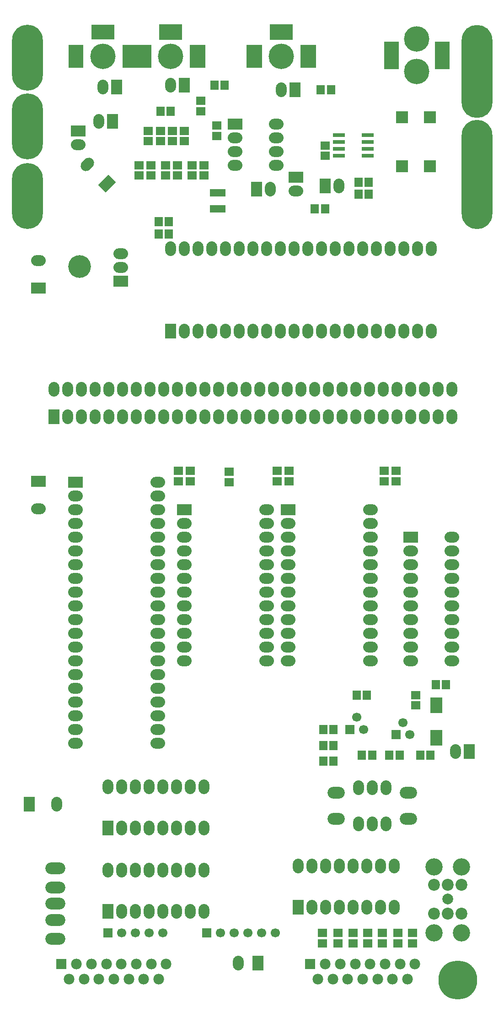
<source format=gts>
G04 DipTrace 4.0.0.5*
G04 top_mask_dendy_junior_remastered_rev_2.2.1.gts*
%MOIN*%
G04 #@! TF.FileFunction,Soldermask,Top*
G04 #@! TF.Part,Single*
%AMOUTLINE1*
4,1,16,
0.037897,-0.017781,
0.046999,-0.003293,
0.048966,0.014163,
0.043165,0.030743,
0.030743,0.043165,
0.014163,0.048966,
-0.003293,0.046999,
-0.017781,0.037897,
-0.037897,0.017781,
-0.046999,0.003293,
-0.048966,-0.014163,
-0.043165,-0.030743,
-0.030743,-0.043165,
-0.014163,-0.048966,
0.003293,-0.046999,
0.017781,-0.037897,
0.037897,-0.017781,
0*%
%AMOUTLINE4*
4,1,4,
-0.009744,-0.065421,
-0.065421,-0.009744,
0.009744,0.065421,
0.065421,0.009744,
-0.009744,-0.065421,
0*%
%AMOUTLINE7*
4,1,4,
0.03937,-0.05315,
-0.03937,-0.05315,
-0.03937,0.05315,
0.03937,0.05315,
0.03937,-0.05315,
0*%
%AMOUTLINE10*
4,1,16,
0.03937,0.014223,
0.035562,0.030906,
0.02461,0.044639,
0.008783,0.052261,
-0.008783,0.052261,
-0.02461,0.044639,
-0.035562,0.030906,
-0.03937,0.014223,
-0.03937,-0.014223,
-0.035562,-0.030906,
-0.02461,-0.044639,
-0.008783,-0.052261,
0.008783,-0.052261,
0.02461,-0.044639,
0.035562,-0.030906,
0.03937,-0.014223,
0.03937,0.014223,
0*%
%AMOUTLINE13*
4,1,4,
0.082677,-0.055118,
-0.082677,-0.055118,
-0.082677,0.055118,
0.082677,0.055118,
0.082677,-0.055118,
0*%
%AMOUTLINE16*
4,1,4,
0.055118,0.082677,
0.055118,-0.082677,
-0.055118,-0.082677,
-0.055118,0.082677,
0.055118,0.082677,
0*%
%AMOUTLINE19*
4,1,4,
-0.033465,0.033465,
0.033465,0.033465,
0.033465,-0.033465,
-0.033465,-0.033465,
-0.033465,0.033465,
0*%
%ADD21C,0.07874*%
%ADD59C,0.035433*%
%ADD65C,0.125984*%
%ADD67C,0.086614*%
%ADD69R,0.086614X0.086614*%
%ADD71R,0.086614X0.031496*%
%ADD73O,0.125984X0.086614*%
%ADD75O,0.145669X0.086614*%
%ADD77O,0.224409X0.795276*%
%ADD79C,0.165354*%
%ADD81O,0.224409X0.677165*%
%ADD83C,0.283465*%
%ADD85O,0.224409X0.480315*%
%ADD87R,0.106299X0.204724*%
%ADD89C,0.185039*%
%ADD91R,0.110236X0.165354*%
%ADD93R,0.165354X0.110236*%
%ADD95R,0.114173X0.05315*%
%ADD97C,0.066929*%
%ADD99R,0.066929X0.066929*%
%ADD101C,0.077874*%
%ADD103R,0.077874X0.077874*%
%ADD105R,0.066929X0.059055*%
%ADD107O,0.106299X0.07874*%
%ADD109R,0.106299X0.07874*%
%ADD111O,0.07874X0.106299*%
%ADD113R,0.07874X0.106299*%
%ADD115R,0.086614X0.116142*%
%ADD117R,0.059055X0.066929*%
%ADD131OUTLINE1*%
%ADD134OUTLINE4*%
%ADD137OUTLINE7*%
%ADD140OUTLINE10*%
%ADD143OUTLINE13*%
%ADD146OUTLINE16*%
%ADD149OUTLINE19*%
%FSLAX26Y26*%
G04*
G70*
G90*
G75*
G01*
G04 TopMask*
%LPD*%
D59*
X3294096Y456298D3*
Y243776D3*
X3400357Y350037D3*
X3187835D3*
X3362853Y268778D3*
X3375354Y425045D3*
X3219088Y268778D3*
Y431295D3*
D117*
X3019067Y1987715D3*
X3093870D3*
D115*
X3137829Y2350247D3*
Y2112703D3*
D117*
X2868846Y1987715D3*
X2794043D3*
X3131579Y2500262D3*
X3206382D3*
X2669030Y1987709D3*
X2594227D3*
X2387648Y2056575D3*
X2312845D3*
D113*
X806336Y6850719D3*
D111*
X706335D3*
D113*
X1300136Y6863220D3*
D111*
X1200135D3*
D109*
X525055Y6531936D3*
D107*
Y6431934D3*
D113*
X775081Y6600693D3*
D111*
X675080D3*
D105*
X1537661Y6569440D3*
Y6494636D3*
D109*
X2112722Y6194400D3*
D107*
Y6094399D3*
D113*
X3375356Y2012711D3*
D111*
X3275354D3*
D107*
X237535Y3781657D3*
D109*
Y3981657D3*
D131*
X593812Y6288160D3*
D134*
X735234Y6146738D3*
D137*
X1825227Y6106888D3*
D140*
X1925228D3*
D105*
X1256382Y3981668D3*
Y4056471D3*
D117*
X1187625Y5781857D3*
X1112822D3*
D105*
X1975207Y3981668D3*
Y4056471D3*
X2756539Y3981668D3*
Y4056471D3*
D113*
X2325243Y6131894D3*
D111*
X2425244D3*
D105*
X2325244Y6350667D3*
Y6425470D3*
D113*
X2106467Y6831963D3*
D111*
X2006466D3*
D107*
X237525Y5588087D3*
D109*
Y5388087D3*
D111*
X368789Y1631421D3*
D113*
X168789D3*
D105*
X2844049Y3981668D3*
Y4056471D3*
X2062717Y3981668D3*
Y4056471D3*
X1343891Y3981668D3*
Y4056471D3*
D117*
X1187625Y5869366D3*
X1112822D3*
D113*
X350054Y4450462D3*
D111*
X450054D3*
X550037Y4450467D3*
X650037D3*
X750038D3*
X850037D3*
X950037D3*
X1050038D3*
X1150037D3*
X1250037D3*
X1350038D3*
X1450037D3*
X1550037D3*
X1650038D3*
X1750038D3*
X1850037D3*
X1950038D3*
X2050038D3*
X2150037D3*
X2250038D3*
X2350038D3*
X2450037D3*
X2550038D3*
X2650038D3*
X2750037D3*
X2850037D3*
X2950038D3*
X3050037D3*
X3150037D3*
X3250038D3*
Y4650467D3*
X3150037D3*
X3050037D3*
X2950038D3*
X2850037D3*
X2750037D3*
X2650038D3*
X2550038D3*
X2450037D3*
X2350038D3*
X2250038D3*
X2150037D3*
X2050038D3*
X1950038D3*
X1850037D3*
X1750038D3*
X1650038D3*
X1550037D3*
X1450037D3*
X1350038D3*
X1250037D3*
X1150037D3*
X1050038D3*
X950037D3*
X850037D3*
X750038D3*
X650037D3*
X550037D3*
X450038D3*
X350037D3*
X2569020Y1750184D3*
X2669020D3*
X2769020D3*
X2569020Y1487656D3*
X2669020D3*
X2769020D3*
D103*
X404625Y468269D3*
D101*
X513640D3*
X622617D3*
X731633D3*
X840610D3*
X949626D3*
X1058642D3*
X1167617D3*
X459625Y356301D3*
X568601D3*
X677617D3*
X786592D3*
X895608D3*
X1004623D3*
X1113601D3*
D103*
X2217949Y468269D3*
D101*
X2326965D3*
X2435941D3*
X2544957D3*
X2653934D3*
X2762950D3*
X2871966D3*
X2980941D3*
X2272949Y356301D3*
X2381925D3*
X2490941D3*
X2599916D3*
X2708932D3*
X2817948D3*
X2926925D3*
D99*
X743828Y693823D3*
D97*
X843828D3*
X943828D3*
X1043828D3*
X1143828D3*
D99*
X1462654D3*
D97*
X1562654D3*
X1662654D3*
X1762654D3*
X1862654D3*
X1962654D3*
D95*
X1543912Y5963126D3*
Y6081236D3*
D93*
X706324Y7250761D3*
D91*
X509474Y7073596D3*
X903175D3*
D89*
X706324D3*
D143*
X1200126Y7250761D3*
D146*
X1003276Y7073596D3*
X1396976D3*
D89*
X1200126D3*
D143*
X2006461Y7250761D3*
D146*
X1809610Y7073596D3*
X2203311D3*
D89*
X2006461D3*
X2994064Y6963231D3*
Y7199451D3*
D87*
X3178545Y7081269D3*
X2809025Y7081341D3*
D113*
X1837693Y475050D3*
D111*
X1693928D3*
D85*
X156266Y7063241D3*
D83*
X3294096Y350037D3*
D85*
X156266Y6563189D3*
Y6056886D3*
D81*
X3432286Y6963092D3*
D79*
X537556Y5544332D3*
D77*
X3431610Y6213152D3*
D75*
X361219Y1162622D3*
Y1024709D3*
Y907465D3*
Y788961D3*
Y651520D3*
D149*
X2844049Y2137724D3*
D97*
X2894049Y2225205D3*
X2944049Y2137724D3*
D149*
X2506513Y2175228D3*
D97*
X2556513Y2262709D3*
X2606513Y2175228D3*
D73*
X2406503Y1712680D3*
Y1522680D3*
X2931558Y1712680D3*
Y1522680D3*
D117*
X2556518Y2425255D3*
X2631322D3*
D105*
X2987814Y2350247D3*
Y2425050D3*
D117*
X2387648Y2175133D3*
X2312845D3*
Y1944063D3*
X2387648D3*
D105*
X1250234Y6281807D3*
Y6207004D3*
X1056361Y6281909D3*
Y6207106D3*
X1444004Y6281807D3*
Y6207004D3*
X1162622Y6281909D3*
Y6207106D3*
X968954Y6281807D3*
Y6207004D3*
X1356495Y6282012D3*
Y6207209D3*
X1418899Y6675701D3*
Y6750504D3*
D117*
X1125118Y6675701D3*
X1199921D3*
D105*
X1212627Y6531936D3*
Y6457133D3*
X1300136Y6531936D3*
Y6457133D3*
X1125118Y6531936D3*
Y6457133D3*
X1037609Y6531936D3*
Y6457133D3*
X2306492Y618815D3*
Y693618D3*
X2962811Y618815D3*
Y693618D3*
X2856550Y618815D3*
Y693618D3*
X2744038Y618815D3*
Y693618D3*
X2637777Y618815D3*
Y693618D3*
X2531516Y618815D3*
Y693618D3*
X2419004Y618815D3*
Y693618D3*
D117*
X1518909Y6863220D3*
X1593713D3*
D105*
X1625171Y4050425D3*
Y3975622D3*
D117*
X2643823Y6069387D3*
X2569020D3*
X2250236Y5963126D3*
X2325039D3*
X2644028Y6156896D3*
X2569224D3*
X2294093Y6832070D3*
X2368896D3*
D109*
X506303Y3975417D3*
D107*
Y3875417D3*
Y3775417D3*
Y3675417D3*
Y3575417D3*
Y3475417D3*
Y3375417D3*
Y3275417D3*
Y3175417D3*
Y3075417D3*
Y2975417D3*
Y2875417D3*
Y2775417D3*
Y2675417D3*
Y2575417D3*
Y2475417D3*
Y2375419D3*
Y2275417D3*
Y2175417D3*
Y2075419D3*
X1106303D3*
Y2175417D3*
Y2275417D3*
Y2375419D3*
Y2475417D3*
Y2575417D3*
Y2675417D3*
Y2775417D3*
Y2875417D3*
Y2975417D3*
Y3075417D3*
Y3175417D3*
Y3275417D3*
Y3375417D3*
Y3475417D3*
Y3575417D3*
Y3675417D3*
Y3775417D3*
Y3875417D3*
Y3975417D3*
D113*
X1200126Y5075533D3*
D111*
X1300126D3*
X1400126D3*
X1500126D3*
X1600126D3*
X1700126D3*
X1800126D3*
X1900126D3*
X2000126D3*
X2100126D3*
X2200126D3*
X2300126D3*
X2400126D3*
X2500126D3*
X2600126D3*
X2700126D3*
X2800125D3*
X2900126D3*
X3000126D3*
X3100125D3*
Y5675533D3*
X3000126D3*
X2900126D3*
X2800125D3*
X2700126D3*
X2600126D3*
X2500126D3*
X2400126D3*
X2300126D3*
X2200126D3*
X2100126D3*
X2000126D3*
X1900126D3*
X1800126D3*
X1700126D3*
X1600126D3*
X1500126D3*
X1400126D3*
X1300126D3*
X1200126D3*
D113*
X743849Y1456455D3*
D111*
X843849D3*
X943849D3*
X1043849D3*
X1143849D3*
X1243849D3*
X1343849D3*
X1443849D3*
Y1756455D3*
X1343849D3*
X1243849D3*
X1143849D3*
X1043849D3*
X943849D3*
X843849D3*
X743849D3*
D109*
X2950310Y3575375D3*
D107*
Y3475375D3*
Y3375375D3*
Y3275375D3*
Y3175374D3*
Y3075374D3*
Y2975375D3*
Y2875374D3*
Y2775374D3*
Y2675375D3*
X3250310Y3575374D3*
Y3475374D3*
Y3375374D3*
Y3275375D3*
Y3175374D3*
Y3075374D3*
Y2975375D3*
Y2875374D3*
Y2775374D3*
Y2675375D3*
D113*
X743849Y850142D3*
D111*
X843849D3*
X943849D3*
X1043849D3*
X1143849D3*
X1243849D3*
X1343849D3*
X1443849D3*
Y1150142D3*
X1343849D3*
X1243849D3*
X1143849D3*
X1043849D3*
X943849D3*
X843849D3*
X743849D3*
D113*
X2131474Y881343D3*
D111*
X2231474D3*
X2331474D3*
X2431474D3*
X2531474D3*
X2631474D3*
X2731474D3*
X2831474D3*
Y1181343D3*
X2731474D3*
X2631474D3*
X2531474D3*
X2431474D3*
X2331474D3*
X2231474D3*
X2131474D3*
D109*
X837588Y5438071D3*
D107*
Y5538071D3*
Y5638071D3*
D109*
X1668925Y6581941D3*
D107*
Y6481941D3*
Y6381941D3*
Y6281941D3*
X1968925D3*
Y6381941D3*
Y6481941D3*
Y6581941D3*
D71*
X2425255Y6500682D3*
Y6450682D3*
Y6400682D3*
Y6350682D3*
X2637853D3*
Y6400682D3*
Y6450682D3*
Y6500682D3*
D109*
X1300136Y3775396D3*
D107*
Y3675396D3*
Y3575396D3*
Y3475396D3*
Y3375396D3*
Y3275396D3*
Y3175396D3*
Y3075396D3*
Y2975396D3*
Y2875396D3*
Y2775396D3*
Y2675396D3*
X1900136D3*
Y2775396D3*
Y2875396D3*
Y2975396D3*
Y3075396D3*
Y3175396D3*
Y3275396D3*
Y3375396D3*
Y3475396D3*
Y3575396D3*
Y3675396D3*
Y3775396D3*
D109*
X2056466D3*
D107*
Y3675396D3*
Y3575396D3*
Y3475396D3*
Y3375396D3*
Y3275396D3*
Y3175396D3*
Y3075396D3*
Y2975396D3*
Y2875396D3*
Y2775396D3*
Y2675396D3*
X2656466D3*
Y2775396D3*
Y2875396D3*
Y2975396D3*
Y3075396D3*
Y3175396D3*
Y3275396D3*
Y3375396D3*
Y3475396D3*
Y3575396D3*
Y3675396D3*
Y3775396D3*
D69*
X2887803Y6275659D3*
X3088591D3*
Y6629990D3*
X2887803D3*
D67*
X3119077Y1043860D3*
X3219077D3*
X3319077D3*
X3119077Y833444D3*
X3219077D3*
X3319077D3*
D65*
X3119077Y693808D3*
Y1175068D3*
X3319077D3*
Y693808D3*
D21*
X3219077Y940698D3*
M02*

</source>
